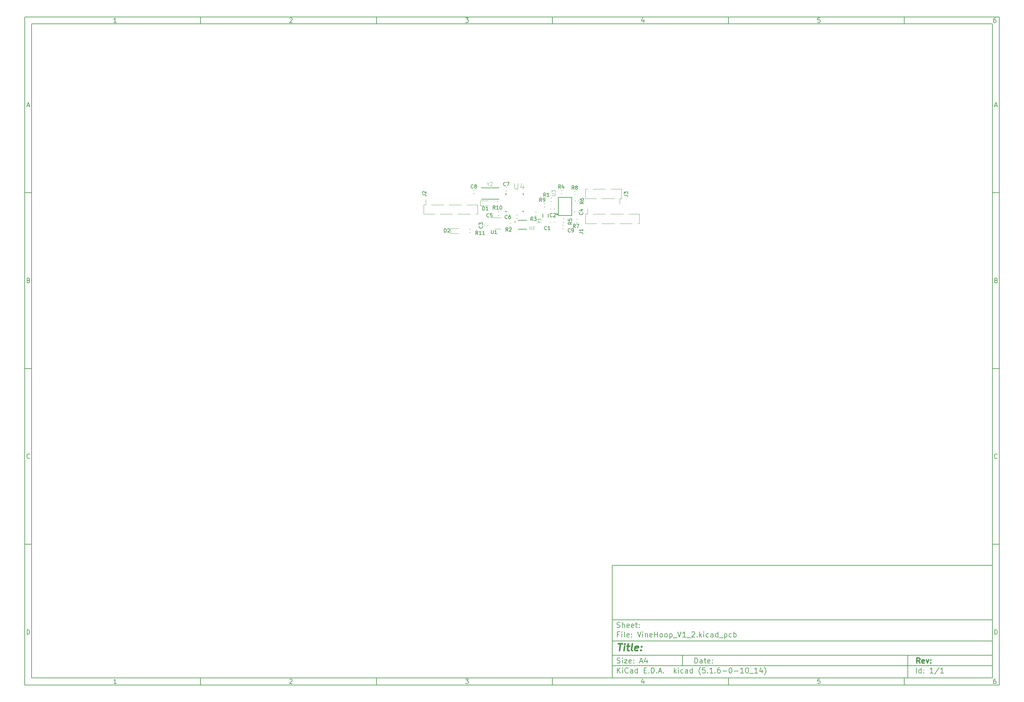
<source format=gto>
G04 #@! TF.GenerationSoftware,KiCad,Pcbnew,(5.1.6-0-10_14)*
G04 #@! TF.CreationDate,2020-07-22T23:19:55-07:00*
G04 #@! TF.ProjectId,VineHoop_V1_2,56696e65-486f-46f7-905f-56315f322e6b,rev?*
G04 #@! TF.SameCoordinates,Original*
G04 #@! TF.FileFunction,Legend,Top*
G04 #@! TF.FilePolarity,Positive*
%FSLAX46Y46*%
G04 Gerber Fmt 4.6, Leading zero omitted, Abs format (unit mm)*
G04 Created by KiCad (PCBNEW (5.1.6-0-10_14)) date 2020-07-22 23:19:55*
%MOMM*%
%LPD*%
G01*
G04 APERTURE LIST*
%ADD10C,0.100000*%
%ADD11C,0.150000*%
%ADD12C,0.300000*%
%ADD13C,0.400000*%
%ADD14C,0.120000*%
%ADD15C,0.304800*%
%ADD16C,0.127000*%
%ADD17C,0.152400*%
%ADD18C,0.200000*%
%ADD19C,0.015000*%
G04 APERTURE END LIST*
D10*
D11*
X177002200Y-166007200D02*
X177002200Y-198007200D01*
X285002200Y-198007200D01*
X285002200Y-166007200D01*
X177002200Y-166007200D01*
D10*
D11*
X10000000Y-10000000D02*
X10000000Y-200007200D01*
X287002200Y-200007200D01*
X287002200Y-10000000D01*
X10000000Y-10000000D01*
D10*
D11*
X12000000Y-12000000D02*
X12000000Y-198007200D01*
X285002200Y-198007200D01*
X285002200Y-12000000D01*
X12000000Y-12000000D01*
D10*
D11*
X60000000Y-12000000D02*
X60000000Y-10000000D01*
D10*
D11*
X110000000Y-12000000D02*
X110000000Y-10000000D01*
D10*
D11*
X160000000Y-12000000D02*
X160000000Y-10000000D01*
D10*
D11*
X210000000Y-12000000D02*
X210000000Y-10000000D01*
D10*
D11*
X260000000Y-12000000D02*
X260000000Y-10000000D01*
D10*
D11*
X36065476Y-11588095D02*
X35322619Y-11588095D01*
X35694047Y-11588095D02*
X35694047Y-10288095D01*
X35570238Y-10473809D01*
X35446428Y-10597619D01*
X35322619Y-10659523D01*
D10*
D11*
X85322619Y-10411904D02*
X85384523Y-10350000D01*
X85508333Y-10288095D01*
X85817857Y-10288095D01*
X85941666Y-10350000D01*
X86003571Y-10411904D01*
X86065476Y-10535714D01*
X86065476Y-10659523D01*
X86003571Y-10845238D01*
X85260714Y-11588095D01*
X86065476Y-11588095D01*
D10*
D11*
X135260714Y-10288095D02*
X136065476Y-10288095D01*
X135632142Y-10783333D01*
X135817857Y-10783333D01*
X135941666Y-10845238D01*
X136003571Y-10907142D01*
X136065476Y-11030952D01*
X136065476Y-11340476D01*
X136003571Y-11464285D01*
X135941666Y-11526190D01*
X135817857Y-11588095D01*
X135446428Y-11588095D01*
X135322619Y-11526190D01*
X135260714Y-11464285D01*
D10*
D11*
X185941666Y-10721428D02*
X185941666Y-11588095D01*
X185632142Y-10226190D02*
X185322619Y-11154761D01*
X186127380Y-11154761D01*
D10*
D11*
X236003571Y-10288095D02*
X235384523Y-10288095D01*
X235322619Y-10907142D01*
X235384523Y-10845238D01*
X235508333Y-10783333D01*
X235817857Y-10783333D01*
X235941666Y-10845238D01*
X236003571Y-10907142D01*
X236065476Y-11030952D01*
X236065476Y-11340476D01*
X236003571Y-11464285D01*
X235941666Y-11526190D01*
X235817857Y-11588095D01*
X235508333Y-11588095D01*
X235384523Y-11526190D01*
X235322619Y-11464285D01*
D10*
D11*
X285941666Y-10288095D02*
X285694047Y-10288095D01*
X285570238Y-10350000D01*
X285508333Y-10411904D01*
X285384523Y-10597619D01*
X285322619Y-10845238D01*
X285322619Y-11340476D01*
X285384523Y-11464285D01*
X285446428Y-11526190D01*
X285570238Y-11588095D01*
X285817857Y-11588095D01*
X285941666Y-11526190D01*
X286003571Y-11464285D01*
X286065476Y-11340476D01*
X286065476Y-11030952D01*
X286003571Y-10907142D01*
X285941666Y-10845238D01*
X285817857Y-10783333D01*
X285570238Y-10783333D01*
X285446428Y-10845238D01*
X285384523Y-10907142D01*
X285322619Y-11030952D01*
D10*
D11*
X60000000Y-198007200D02*
X60000000Y-200007200D01*
D10*
D11*
X110000000Y-198007200D02*
X110000000Y-200007200D01*
D10*
D11*
X160000000Y-198007200D02*
X160000000Y-200007200D01*
D10*
D11*
X210000000Y-198007200D02*
X210000000Y-200007200D01*
D10*
D11*
X260000000Y-198007200D02*
X260000000Y-200007200D01*
D10*
D11*
X36065476Y-199595295D02*
X35322619Y-199595295D01*
X35694047Y-199595295D02*
X35694047Y-198295295D01*
X35570238Y-198481009D01*
X35446428Y-198604819D01*
X35322619Y-198666723D01*
D10*
D11*
X85322619Y-198419104D02*
X85384523Y-198357200D01*
X85508333Y-198295295D01*
X85817857Y-198295295D01*
X85941666Y-198357200D01*
X86003571Y-198419104D01*
X86065476Y-198542914D01*
X86065476Y-198666723D01*
X86003571Y-198852438D01*
X85260714Y-199595295D01*
X86065476Y-199595295D01*
D10*
D11*
X135260714Y-198295295D02*
X136065476Y-198295295D01*
X135632142Y-198790533D01*
X135817857Y-198790533D01*
X135941666Y-198852438D01*
X136003571Y-198914342D01*
X136065476Y-199038152D01*
X136065476Y-199347676D01*
X136003571Y-199471485D01*
X135941666Y-199533390D01*
X135817857Y-199595295D01*
X135446428Y-199595295D01*
X135322619Y-199533390D01*
X135260714Y-199471485D01*
D10*
D11*
X185941666Y-198728628D02*
X185941666Y-199595295D01*
X185632142Y-198233390D02*
X185322619Y-199161961D01*
X186127380Y-199161961D01*
D10*
D11*
X236003571Y-198295295D02*
X235384523Y-198295295D01*
X235322619Y-198914342D01*
X235384523Y-198852438D01*
X235508333Y-198790533D01*
X235817857Y-198790533D01*
X235941666Y-198852438D01*
X236003571Y-198914342D01*
X236065476Y-199038152D01*
X236065476Y-199347676D01*
X236003571Y-199471485D01*
X235941666Y-199533390D01*
X235817857Y-199595295D01*
X235508333Y-199595295D01*
X235384523Y-199533390D01*
X235322619Y-199471485D01*
D10*
D11*
X285941666Y-198295295D02*
X285694047Y-198295295D01*
X285570238Y-198357200D01*
X285508333Y-198419104D01*
X285384523Y-198604819D01*
X285322619Y-198852438D01*
X285322619Y-199347676D01*
X285384523Y-199471485D01*
X285446428Y-199533390D01*
X285570238Y-199595295D01*
X285817857Y-199595295D01*
X285941666Y-199533390D01*
X286003571Y-199471485D01*
X286065476Y-199347676D01*
X286065476Y-199038152D01*
X286003571Y-198914342D01*
X285941666Y-198852438D01*
X285817857Y-198790533D01*
X285570238Y-198790533D01*
X285446428Y-198852438D01*
X285384523Y-198914342D01*
X285322619Y-199038152D01*
D10*
D11*
X10000000Y-60000000D02*
X12000000Y-60000000D01*
D10*
D11*
X10000000Y-110000000D02*
X12000000Y-110000000D01*
D10*
D11*
X10000000Y-160000000D02*
X12000000Y-160000000D01*
D10*
D11*
X10690476Y-35216666D02*
X11309523Y-35216666D01*
X10566666Y-35588095D02*
X11000000Y-34288095D01*
X11433333Y-35588095D01*
D10*
D11*
X11092857Y-84907142D02*
X11278571Y-84969047D01*
X11340476Y-85030952D01*
X11402380Y-85154761D01*
X11402380Y-85340476D01*
X11340476Y-85464285D01*
X11278571Y-85526190D01*
X11154761Y-85588095D01*
X10659523Y-85588095D01*
X10659523Y-84288095D01*
X11092857Y-84288095D01*
X11216666Y-84350000D01*
X11278571Y-84411904D01*
X11340476Y-84535714D01*
X11340476Y-84659523D01*
X11278571Y-84783333D01*
X11216666Y-84845238D01*
X11092857Y-84907142D01*
X10659523Y-84907142D01*
D10*
D11*
X11402380Y-135464285D02*
X11340476Y-135526190D01*
X11154761Y-135588095D01*
X11030952Y-135588095D01*
X10845238Y-135526190D01*
X10721428Y-135402380D01*
X10659523Y-135278571D01*
X10597619Y-135030952D01*
X10597619Y-134845238D01*
X10659523Y-134597619D01*
X10721428Y-134473809D01*
X10845238Y-134350000D01*
X11030952Y-134288095D01*
X11154761Y-134288095D01*
X11340476Y-134350000D01*
X11402380Y-134411904D01*
D10*
D11*
X10659523Y-185588095D02*
X10659523Y-184288095D01*
X10969047Y-184288095D01*
X11154761Y-184350000D01*
X11278571Y-184473809D01*
X11340476Y-184597619D01*
X11402380Y-184845238D01*
X11402380Y-185030952D01*
X11340476Y-185278571D01*
X11278571Y-185402380D01*
X11154761Y-185526190D01*
X10969047Y-185588095D01*
X10659523Y-185588095D01*
D10*
D11*
X287002200Y-60000000D02*
X285002200Y-60000000D01*
D10*
D11*
X287002200Y-110000000D02*
X285002200Y-110000000D01*
D10*
D11*
X287002200Y-160000000D02*
X285002200Y-160000000D01*
D10*
D11*
X285692676Y-35216666D02*
X286311723Y-35216666D01*
X285568866Y-35588095D02*
X286002200Y-34288095D01*
X286435533Y-35588095D01*
D10*
D11*
X286095057Y-84907142D02*
X286280771Y-84969047D01*
X286342676Y-85030952D01*
X286404580Y-85154761D01*
X286404580Y-85340476D01*
X286342676Y-85464285D01*
X286280771Y-85526190D01*
X286156961Y-85588095D01*
X285661723Y-85588095D01*
X285661723Y-84288095D01*
X286095057Y-84288095D01*
X286218866Y-84350000D01*
X286280771Y-84411904D01*
X286342676Y-84535714D01*
X286342676Y-84659523D01*
X286280771Y-84783333D01*
X286218866Y-84845238D01*
X286095057Y-84907142D01*
X285661723Y-84907142D01*
D10*
D11*
X286404580Y-135464285D02*
X286342676Y-135526190D01*
X286156961Y-135588095D01*
X286033152Y-135588095D01*
X285847438Y-135526190D01*
X285723628Y-135402380D01*
X285661723Y-135278571D01*
X285599819Y-135030952D01*
X285599819Y-134845238D01*
X285661723Y-134597619D01*
X285723628Y-134473809D01*
X285847438Y-134350000D01*
X286033152Y-134288095D01*
X286156961Y-134288095D01*
X286342676Y-134350000D01*
X286404580Y-134411904D01*
D10*
D11*
X285661723Y-185588095D02*
X285661723Y-184288095D01*
X285971247Y-184288095D01*
X286156961Y-184350000D01*
X286280771Y-184473809D01*
X286342676Y-184597619D01*
X286404580Y-184845238D01*
X286404580Y-185030952D01*
X286342676Y-185278571D01*
X286280771Y-185402380D01*
X286156961Y-185526190D01*
X285971247Y-185588095D01*
X285661723Y-185588095D01*
D10*
D11*
X200434342Y-193785771D02*
X200434342Y-192285771D01*
X200791485Y-192285771D01*
X201005771Y-192357200D01*
X201148628Y-192500057D01*
X201220057Y-192642914D01*
X201291485Y-192928628D01*
X201291485Y-193142914D01*
X201220057Y-193428628D01*
X201148628Y-193571485D01*
X201005771Y-193714342D01*
X200791485Y-193785771D01*
X200434342Y-193785771D01*
X202577200Y-193785771D02*
X202577200Y-193000057D01*
X202505771Y-192857200D01*
X202362914Y-192785771D01*
X202077200Y-192785771D01*
X201934342Y-192857200D01*
X202577200Y-193714342D02*
X202434342Y-193785771D01*
X202077200Y-193785771D01*
X201934342Y-193714342D01*
X201862914Y-193571485D01*
X201862914Y-193428628D01*
X201934342Y-193285771D01*
X202077200Y-193214342D01*
X202434342Y-193214342D01*
X202577200Y-193142914D01*
X203077200Y-192785771D02*
X203648628Y-192785771D01*
X203291485Y-192285771D02*
X203291485Y-193571485D01*
X203362914Y-193714342D01*
X203505771Y-193785771D01*
X203648628Y-193785771D01*
X204720057Y-193714342D02*
X204577200Y-193785771D01*
X204291485Y-193785771D01*
X204148628Y-193714342D01*
X204077200Y-193571485D01*
X204077200Y-193000057D01*
X204148628Y-192857200D01*
X204291485Y-192785771D01*
X204577200Y-192785771D01*
X204720057Y-192857200D01*
X204791485Y-193000057D01*
X204791485Y-193142914D01*
X204077200Y-193285771D01*
X205434342Y-193642914D02*
X205505771Y-193714342D01*
X205434342Y-193785771D01*
X205362914Y-193714342D01*
X205434342Y-193642914D01*
X205434342Y-193785771D01*
X205434342Y-192857200D02*
X205505771Y-192928628D01*
X205434342Y-193000057D01*
X205362914Y-192928628D01*
X205434342Y-192857200D01*
X205434342Y-193000057D01*
D10*
D11*
X177002200Y-194507200D02*
X285002200Y-194507200D01*
D10*
D11*
X178434342Y-196585771D02*
X178434342Y-195085771D01*
X179291485Y-196585771D02*
X178648628Y-195728628D01*
X179291485Y-195085771D02*
X178434342Y-195942914D01*
X179934342Y-196585771D02*
X179934342Y-195585771D01*
X179934342Y-195085771D02*
X179862914Y-195157200D01*
X179934342Y-195228628D01*
X180005771Y-195157200D01*
X179934342Y-195085771D01*
X179934342Y-195228628D01*
X181505771Y-196442914D02*
X181434342Y-196514342D01*
X181220057Y-196585771D01*
X181077200Y-196585771D01*
X180862914Y-196514342D01*
X180720057Y-196371485D01*
X180648628Y-196228628D01*
X180577200Y-195942914D01*
X180577200Y-195728628D01*
X180648628Y-195442914D01*
X180720057Y-195300057D01*
X180862914Y-195157200D01*
X181077200Y-195085771D01*
X181220057Y-195085771D01*
X181434342Y-195157200D01*
X181505771Y-195228628D01*
X182791485Y-196585771D02*
X182791485Y-195800057D01*
X182720057Y-195657200D01*
X182577200Y-195585771D01*
X182291485Y-195585771D01*
X182148628Y-195657200D01*
X182791485Y-196514342D02*
X182648628Y-196585771D01*
X182291485Y-196585771D01*
X182148628Y-196514342D01*
X182077200Y-196371485D01*
X182077200Y-196228628D01*
X182148628Y-196085771D01*
X182291485Y-196014342D01*
X182648628Y-196014342D01*
X182791485Y-195942914D01*
X184148628Y-196585771D02*
X184148628Y-195085771D01*
X184148628Y-196514342D02*
X184005771Y-196585771D01*
X183720057Y-196585771D01*
X183577200Y-196514342D01*
X183505771Y-196442914D01*
X183434342Y-196300057D01*
X183434342Y-195871485D01*
X183505771Y-195728628D01*
X183577200Y-195657200D01*
X183720057Y-195585771D01*
X184005771Y-195585771D01*
X184148628Y-195657200D01*
X186005771Y-195800057D02*
X186505771Y-195800057D01*
X186720057Y-196585771D02*
X186005771Y-196585771D01*
X186005771Y-195085771D01*
X186720057Y-195085771D01*
X187362914Y-196442914D02*
X187434342Y-196514342D01*
X187362914Y-196585771D01*
X187291485Y-196514342D01*
X187362914Y-196442914D01*
X187362914Y-196585771D01*
X188077200Y-196585771D02*
X188077200Y-195085771D01*
X188434342Y-195085771D01*
X188648628Y-195157200D01*
X188791485Y-195300057D01*
X188862914Y-195442914D01*
X188934342Y-195728628D01*
X188934342Y-195942914D01*
X188862914Y-196228628D01*
X188791485Y-196371485D01*
X188648628Y-196514342D01*
X188434342Y-196585771D01*
X188077200Y-196585771D01*
X189577200Y-196442914D02*
X189648628Y-196514342D01*
X189577200Y-196585771D01*
X189505771Y-196514342D01*
X189577200Y-196442914D01*
X189577200Y-196585771D01*
X190220057Y-196157200D02*
X190934342Y-196157200D01*
X190077200Y-196585771D02*
X190577200Y-195085771D01*
X191077200Y-196585771D01*
X191577200Y-196442914D02*
X191648628Y-196514342D01*
X191577200Y-196585771D01*
X191505771Y-196514342D01*
X191577200Y-196442914D01*
X191577200Y-196585771D01*
X194577200Y-196585771D02*
X194577200Y-195085771D01*
X194720057Y-196014342D02*
X195148628Y-196585771D01*
X195148628Y-195585771D02*
X194577200Y-196157200D01*
X195791485Y-196585771D02*
X195791485Y-195585771D01*
X195791485Y-195085771D02*
X195720057Y-195157200D01*
X195791485Y-195228628D01*
X195862914Y-195157200D01*
X195791485Y-195085771D01*
X195791485Y-195228628D01*
X197148628Y-196514342D02*
X197005771Y-196585771D01*
X196720057Y-196585771D01*
X196577200Y-196514342D01*
X196505771Y-196442914D01*
X196434342Y-196300057D01*
X196434342Y-195871485D01*
X196505771Y-195728628D01*
X196577200Y-195657200D01*
X196720057Y-195585771D01*
X197005771Y-195585771D01*
X197148628Y-195657200D01*
X198434342Y-196585771D02*
X198434342Y-195800057D01*
X198362914Y-195657200D01*
X198220057Y-195585771D01*
X197934342Y-195585771D01*
X197791485Y-195657200D01*
X198434342Y-196514342D02*
X198291485Y-196585771D01*
X197934342Y-196585771D01*
X197791485Y-196514342D01*
X197720057Y-196371485D01*
X197720057Y-196228628D01*
X197791485Y-196085771D01*
X197934342Y-196014342D01*
X198291485Y-196014342D01*
X198434342Y-195942914D01*
X199791485Y-196585771D02*
X199791485Y-195085771D01*
X199791485Y-196514342D02*
X199648628Y-196585771D01*
X199362914Y-196585771D01*
X199220057Y-196514342D01*
X199148628Y-196442914D01*
X199077200Y-196300057D01*
X199077200Y-195871485D01*
X199148628Y-195728628D01*
X199220057Y-195657200D01*
X199362914Y-195585771D01*
X199648628Y-195585771D01*
X199791485Y-195657200D01*
X202077200Y-197157200D02*
X202005771Y-197085771D01*
X201862914Y-196871485D01*
X201791485Y-196728628D01*
X201720057Y-196514342D01*
X201648628Y-196157200D01*
X201648628Y-195871485D01*
X201720057Y-195514342D01*
X201791485Y-195300057D01*
X201862914Y-195157200D01*
X202005771Y-194942914D01*
X202077200Y-194871485D01*
X203362914Y-195085771D02*
X202648628Y-195085771D01*
X202577200Y-195800057D01*
X202648628Y-195728628D01*
X202791485Y-195657200D01*
X203148628Y-195657200D01*
X203291485Y-195728628D01*
X203362914Y-195800057D01*
X203434342Y-195942914D01*
X203434342Y-196300057D01*
X203362914Y-196442914D01*
X203291485Y-196514342D01*
X203148628Y-196585771D01*
X202791485Y-196585771D01*
X202648628Y-196514342D01*
X202577200Y-196442914D01*
X204077200Y-196442914D02*
X204148628Y-196514342D01*
X204077200Y-196585771D01*
X204005771Y-196514342D01*
X204077200Y-196442914D01*
X204077200Y-196585771D01*
X205577200Y-196585771D02*
X204720057Y-196585771D01*
X205148628Y-196585771D02*
X205148628Y-195085771D01*
X205005771Y-195300057D01*
X204862914Y-195442914D01*
X204720057Y-195514342D01*
X206220057Y-196442914D02*
X206291485Y-196514342D01*
X206220057Y-196585771D01*
X206148628Y-196514342D01*
X206220057Y-196442914D01*
X206220057Y-196585771D01*
X207577200Y-195085771D02*
X207291485Y-195085771D01*
X207148628Y-195157200D01*
X207077200Y-195228628D01*
X206934342Y-195442914D01*
X206862914Y-195728628D01*
X206862914Y-196300057D01*
X206934342Y-196442914D01*
X207005771Y-196514342D01*
X207148628Y-196585771D01*
X207434342Y-196585771D01*
X207577200Y-196514342D01*
X207648628Y-196442914D01*
X207720057Y-196300057D01*
X207720057Y-195942914D01*
X207648628Y-195800057D01*
X207577200Y-195728628D01*
X207434342Y-195657200D01*
X207148628Y-195657200D01*
X207005771Y-195728628D01*
X206934342Y-195800057D01*
X206862914Y-195942914D01*
X208362914Y-196014342D02*
X209505771Y-196014342D01*
X210505771Y-195085771D02*
X210648628Y-195085771D01*
X210791485Y-195157200D01*
X210862914Y-195228628D01*
X210934342Y-195371485D01*
X211005771Y-195657200D01*
X211005771Y-196014342D01*
X210934342Y-196300057D01*
X210862914Y-196442914D01*
X210791485Y-196514342D01*
X210648628Y-196585771D01*
X210505771Y-196585771D01*
X210362914Y-196514342D01*
X210291485Y-196442914D01*
X210220057Y-196300057D01*
X210148628Y-196014342D01*
X210148628Y-195657200D01*
X210220057Y-195371485D01*
X210291485Y-195228628D01*
X210362914Y-195157200D01*
X210505771Y-195085771D01*
X211648628Y-196014342D02*
X212791485Y-196014342D01*
X214291485Y-196585771D02*
X213434342Y-196585771D01*
X213862914Y-196585771D02*
X213862914Y-195085771D01*
X213720057Y-195300057D01*
X213577200Y-195442914D01*
X213434342Y-195514342D01*
X215220057Y-195085771D02*
X215362914Y-195085771D01*
X215505771Y-195157200D01*
X215577200Y-195228628D01*
X215648628Y-195371485D01*
X215720057Y-195657200D01*
X215720057Y-196014342D01*
X215648628Y-196300057D01*
X215577200Y-196442914D01*
X215505771Y-196514342D01*
X215362914Y-196585771D01*
X215220057Y-196585771D01*
X215077200Y-196514342D01*
X215005771Y-196442914D01*
X214934342Y-196300057D01*
X214862914Y-196014342D01*
X214862914Y-195657200D01*
X214934342Y-195371485D01*
X215005771Y-195228628D01*
X215077200Y-195157200D01*
X215220057Y-195085771D01*
X216005771Y-196728628D02*
X217148628Y-196728628D01*
X218291485Y-196585771D02*
X217434342Y-196585771D01*
X217862914Y-196585771D02*
X217862914Y-195085771D01*
X217720057Y-195300057D01*
X217577200Y-195442914D01*
X217434342Y-195514342D01*
X219577200Y-195585771D02*
X219577200Y-196585771D01*
X219220057Y-195014342D02*
X218862914Y-196085771D01*
X219791485Y-196085771D01*
X220220057Y-197157200D02*
X220291485Y-197085771D01*
X220434342Y-196871485D01*
X220505771Y-196728628D01*
X220577200Y-196514342D01*
X220648628Y-196157200D01*
X220648628Y-195871485D01*
X220577200Y-195514342D01*
X220505771Y-195300057D01*
X220434342Y-195157200D01*
X220291485Y-194942914D01*
X220220057Y-194871485D01*
D10*
D11*
X177002200Y-191507200D02*
X285002200Y-191507200D01*
D10*
D12*
X264411485Y-193785771D02*
X263911485Y-193071485D01*
X263554342Y-193785771D02*
X263554342Y-192285771D01*
X264125771Y-192285771D01*
X264268628Y-192357200D01*
X264340057Y-192428628D01*
X264411485Y-192571485D01*
X264411485Y-192785771D01*
X264340057Y-192928628D01*
X264268628Y-193000057D01*
X264125771Y-193071485D01*
X263554342Y-193071485D01*
X265625771Y-193714342D02*
X265482914Y-193785771D01*
X265197200Y-193785771D01*
X265054342Y-193714342D01*
X264982914Y-193571485D01*
X264982914Y-193000057D01*
X265054342Y-192857200D01*
X265197200Y-192785771D01*
X265482914Y-192785771D01*
X265625771Y-192857200D01*
X265697200Y-193000057D01*
X265697200Y-193142914D01*
X264982914Y-193285771D01*
X266197200Y-192785771D02*
X266554342Y-193785771D01*
X266911485Y-192785771D01*
X267482914Y-193642914D02*
X267554342Y-193714342D01*
X267482914Y-193785771D01*
X267411485Y-193714342D01*
X267482914Y-193642914D01*
X267482914Y-193785771D01*
X267482914Y-192857200D02*
X267554342Y-192928628D01*
X267482914Y-193000057D01*
X267411485Y-192928628D01*
X267482914Y-192857200D01*
X267482914Y-193000057D01*
D10*
D11*
X178362914Y-193714342D02*
X178577200Y-193785771D01*
X178934342Y-193785771D01*
X179077200Y-193714342D01*
X179148628Y-193642914D01*
X179220057Y-193500057D01*
X179220057Y-193357200D01*
X179148628Y-193214342D01*
X179077200Y-193142914D01*
X178934342Y-193071485D01*
X178648628Y-193000057D01*
X178505771Y-192928628D01*
X178434342Y-192857200D01*
X178362914Y-192714342D01*
X178362914Y-192571485D01*
X178434342Y-192428628D01*
X178505771Y-192357200D01*
X178648628Y-192285771D01*
X179005771Y-192285771D01*
X179220057Y-192357200D01*
X179862914Y-193785771D02*
X179862914Y-192785771D01*
X179862914Y-192285771D02*
X179791485Y-192357200D01*
X179862914Y-192428628D01*
X179934342Y-192357200D01*
X179862914Y-192285771D01*
X179862914Y-192428628D01*
X180434342Y-192785771D02*
X181220057Y-192785771D01*
X180434342Y-193785771D01*
X181220057Y-193785771D01*
X182362914Y-193714342D02*
X182220057Y-193785771D01*
X181934342Y-193785771D01*
X181791485Y-193714342D01*
X181720057Y-193571485D01*
X181720057Y-193000057D01*
X181791485Y-192857200D01*
X181934342Y-192785771D01*
X182220057Y-192785771D01*
X182362914Y-192857200D01*
X182434342Y-193000057D01*
X182434342Y-193142914D01*
X181720057Y-193285771D01*
X183077200Y-193642914D02*
X183148628Y-193714342D01*
X183077200Y-193785771D01*
X183005771Y-193714342D01*
X183077200Y-193642914D01*
X183077200Y-193785771D01*
X183077200Y-192857200D02*
X183148628Y-192928628D01*
X183077200Y-193000057D01*
X183005771Y-192928628D01*
X183077200Y-192857200D01*
X183077200Y-193000057D01*
X184862914Y-193357200D02*
X185577200Y-193357200D01*
X184720057Y-193785771D02*
X185220057Y-192285771D01*
X185720057Y-193785771D01*
X186862914Y-192785771D02*
X186862914Y-193785771D01*
X186505771Y-192214342D02*
X186148628Y-193285771D01*
X187077200Y-193285771D01*
D10*
D11*
X263434342Y-196585771D02*
X263434342Y-195085771D01*
X264791485Y-196585771D02*
X264791485Y-195085771D01*
X264791485Y-196514342D02*
X264648628Y-196585771D01*
X264362914Y-196585771D01*
X264220057Y-196514342D01*
X264148628Y-196442914D01*
X264077200Y-196300057D01*
X264077200Y-195871485D01*
X264148628Y-195728628D01*
X264220057Y-195657200D01*
X264362914Y-195585771D01*
X264648628Y-195585771D01*
X264791485Y-195657200D01*
X265505771Y-196442914D02*
X265577200Y-196514342D01*
X265505771Y-196585771D01*
X265434342Y-196514342D01*
X265505771Y-196442914D01*
X265505771Y-196585771D01*
X265505771Y-195657200D02*
X265577200Y-195728628D01*
X265505771Y-195800057D01*
X265434342Y-195728628D01*
X265505771Y-195657200D01*
X265505771Y-195800057D01*
X268148628Y-196585771D02*
X267291485Y-196585771D01*
X267720057Y-196585771D02*
X267720057Y-195085771D01*
X267577200Y-195300057D01*
X267434342Y-195442914D01*
X267291485Y-195514342D01*
X269862914Y-195014342D02*
X268577200Y-196942914D01*
X271148628Y-196585771D02*
X270291485Y-196585771D01*
X270720057Y-196585771D02*
X270720057Y-195085771D01*
X270577200Y-195300057D01*
X270434342Y-195442914D01*
X270291485Y-195514342D01*
D10*
D11*
X177002200Y-187507200D02*
X285002200Y-187507200D01*
D10*
D13*
X178714580Y-188211961D02*
X179857438Y-188211961D01*
X179036009Y-190211961D02*
X179286009Y-188211961D01*
X180274104Y-190211961D02*
X180440771Y-188878628D01*
X180524104Y-188211961D02*
X180416961Y-188307200D01*
X180500295Y-188402438D01*
X180607438Y-188307200D01*
X180524104Y-188211961D01*
X180500295Y-188402438D01*
X181107438Y-188878628D02*
X181869342Y-188878628D01*
X181476485Y-188211961D02*
X181262200Y-189926247D01*
X181333628Y-190116723D01*
X181512200Y-190211961D01*
X181702676Y-190211961D01*
X182655057Y-190211961D02*
X182476485Y-190116723D01*
X182405057Y-189926247D01*
X182619342Y-188211961D01*
X184190771Y-190116723D02*
X183988390Y-190211961D01*
X183607438Y-190211961D01*
X183428866Y-190116723D01*
X183357438Y-189926247D01*
X183452676Y-189164342D01*
X183571723Y-188973866D01*
X183774104Y-188878628D01*
X184155057Y-188878628D01*
X184333628Y-188973866D01*
X184405057Y-189164342D01*
X184381247Y-189354819D01*
X183405057Y-189545295D01*
X185155057Y-190021485D02*
X185238390Y-190116723D01*
X185131247Y-190211961D01*
X185047914Y-190116723D01*
X185155057Y-190021485D01*
X185131247Y-190211961D01*
X185286009Y-188973866D02*
X185369342Y-189069104D01*
X185262200Y-189164342D01*
X185178866Y-189069104D01*
X185286009Y-188973866D01*
X185262200Y-189164342D01*
D10*
D11*
X178934342Y-185600057D02*
X178434342Y-185600057D01*
X178434342Y-186385771D02*
X178434342Y-184885771D01*
X179148628Y-184885771D01*
X179720057Y-186385771D02*
X179720057Y-185385771D01*
X179720057Y-184885771D02*
X179648628Y-184957200D01*
X179720057Y-185028628D01*
X179791485Y-184957200D01*
X179720057Y-184885771D01*
X179720057Y-185028628D01*
X180648628Y-186385771D02*
X180505771Y-186314342D01*
X180434342Y-186171485D01*
X180434342Y-184885771D01*
X181791485Y-186314342D02*
X181648628Y-186385771D01*
X181362914Y-186385771D01*
X181220057Y-186314342D01*
X181148628Y-186171485D01*
X181148628Y-185600057D01*
X181220057Y-185457200D01*
X181362914Y-185385771D01*
X181648628Y-185385771D01*
X181791485Y-185457200D01*
X181862914Y-185600057D01*
X181862914Y-185742914D01*
X181148628Y-185885771D01*
X182505771Y-186242914D02*
X182577200Y-186314342D01*
X182505771Y-186385771D01*
X182434342Y-186314342D01*
X182505771Y-186242914D01*
X182505771Y-186385771D01*
X182505771Y-185457200D02*
X182577200Y-185528628D01*
X182505771Y-185600057D01*
X182434342Y-185528628D01*
X182505771Y-185457200D01*
X182505771Y-185600057D01*
X184148628Y-184885771D02*
X184648628Y-186385771D01*
X185148628Y-184885771D01*
X185648628Y-186385771D02*
X185648628Y-185385771D01*
X185648628Y-184885771D02*
X185577200Y-184957200D01*
X185648628Y-185028628D01*
X185720057Y-184957200D01*
X185648628Y-184885771D01*
X185648628Y-185028628D01*
X186362914Y-185385771D02*
X186362914Y-186385771D01*
X186362914Y-185528628D02*
X186434342Y-185457200D01*
X186577200Y-185385771D01*
X186791485Y-185385771D01*
X186934342Y-185457200D01*
X187005771Y-185600057D01*
X187005771Y-186385771D01*
X188291485Y-186314342D02*
X188148628Y-186385771D01*
X187862914Y-186385771D01*
X187720057Y-186314342D01*
X187648628Y-186171485D01*
X187648628Y-185600057D01*
X187720057Y-185457200D01*
X187862914Y-185385771D01*
X188148628Y-185385771D01*
X188291485Y-185457200D01*
X188362914Y-185600057D01*
X188362914Y-185742914D01*
X187648628Y-185885771D01*
X189005771Y-186385771D02*
X189005771Y-184885771D01*
X189005771Y-185600057D02*
X189862914Y-185600057D01*
X189862914Y-186385771D02*
X189862914Y-184885771D01*
X190791485Y-186385771D02*
X190648628Y-186314342D01*
X190577200Y-186242914D01*
X190505771Y-186100057D01*
X190505771Y-185671485D01*
X190577200Y-185528628D01*
X190648628Y-185457200D01*
X190791485Y-185385771D01*
X191005771Y-185385771D01*
X191148628Y-185457200D01*
X191220057Y-185528628D01*
X191291485Y-185671485D01*
X191291485Y-186100057D01*
X191220057Y-186242914D01*
X191148628Y-186314342D01*
X191005771Y-186385771D01*
X190791485Y-186385771D01*
X192148628Y-186385771D02*
X192005771Y-186314342D01*
X191934342Y-186242914D01*
X191862914Y-186100057D01*
X191862914Y-185671485D01*
X191934342Y-185528628D01*
X192005771Y-185457200D01*
X192148628Y-185385771D01*
X192362914Y-185385771D01*
X192505771Y-185457200D01*
X192577200Y-185528628D01*
X192648628Y-185671485D01*
X192648628Y-186100057D01*
X192577200Y-186242914D01*
X192505771Y-186314342D01*
X192362914Y-186385771D01*
X192148628Y-186385771D01*
X193291485Y-185385771D02*
X193291485Y-186885771D01*
X193291485Y-185457200D02*
X193434342Y-185385771D01*
X193720057Y-185385771D01*
X193862914Y-185457200D01*
X193934342Y-185528628D01*
X194005771Y-185671485D01*
X194005771Y-186100057D01*
X193934342Y-186242914D01*
X193862914Y-186314342D01*
X193720057Y-186385771D01*
X193434342Y-186385771D01*
X193291485Y-186314342D01*
X194291485Y-186528628D02*
X195434342Y-186528628D01*
X195577200Y-184885771D02*
X196077200Y-186385771D01*
X196577200Y-184885771D01*
X197862914Y-186385771D02*
X197005771Y-186385771D01*
X197434342Y-186385771D02*
X197434342Y-184885771D01*
X197291485Y-185100057D01*
X197148628Y-185242914D01*
X197005771Y-185314342D01*
X198148628Y-186528628D02*
X199291485Y-186528628D01*
X199577200Y-185028628D02*
X199648628Y-184957200D01*
X199791485Y-184885771D01*
X200148628Y-184885771D01*
X200291485Y-184957200D01*
X200362914Y-185028628D01*
X200434342Y-185171485D01*
X200434342Y-185314342D01*
X200362914Y-185528628D01*
X199505771Y-186385771D01*
X200434342Y-186385771D01*
X201077200Y-186242914D02*
X201148628Y-186314342D01*
X201077200Y-186385771D01*
X201005771Y-186314342D01*
X201077200Y-186242914D01*
X201077200Y-186385771D01*
X201791485Y-186385771D02*
X201791485Y-184885771D01*
X201934342Y-185814342D02*
X202362914Y-186385771D01*
X202362914Y-185385771D02*
X201791485Y-185957200D01*
X203005771Y-186385771D02*
X203005771Y-185385771D01*
X203005771Y-184885771D02*
X202934342Y-184957200D01*
X203005771Y-185028628D01*
X203077200Y-184957200D01*
X203005771Y-184885771D01*
X203005771Y-185028628D01*
X204362914Y-186314342D02*
X204220057Y-186385771D01*
X203934342Y-186385771D01*
X203791485Y-186314342D01*
X203720057Y-186242914D01*
X203648628Y-186100057D01*
X203648628Y-185671485D01*
X203720057Y-185528628D01*
X203791485Y-185457200D01*
X203934342Y-185385771D01*
X204220057Y-185385771D01*
X204362914Y-185457200D01*
X205648628Y-186385771D02*
X205648628Y-185600057D01*
X205577200Y-185457200D01*
X205434342Y-185385771D01*
X205148628Y-185385771D01*
X205005771Y-185457200D01*
X205648628Y-186314342D02*
X205505771Y-186385771D01*
X205148628Y-186385771D01*
X205005771Y-186314342D01*
X204934342Y-186171485D01*
X204934342Y-186028628D01*
X205005771Y-185885771D01*
X205148628Y-185814342D01*
X205505771Y-185814342D01*
X205648628Y-185742914D01*
X207005771Y-186385771D02*
X207005771Y-184885771D01*
X207005771Y-186314342D02*
X206862914Y-186385771D01*
X206577200Y-186385771D01*
X206434342Y-186314342D01*
X206362914Y-186242914D01*
X206291485Y-186100057D01*
X206291485Y-185671485D01*
X206362914Y-185528628D01*
X206434342Y-185457200D01*
X206577200Y-185385771D01*
X206862914Y-185385771D01*
X207005771Y-185457200D01*
X207362914Y-186528628D02*
X208505771Y-186528628D01*
X208862914Y-185385771D02*
X208862914Y-186885771D01*
X208862914Y-185457200D02*
X209005771Y-185385771D01*
X209291485Y-185385771D01*
X209434342Y-185457200D01*
X209505771Y-185528628D01*
X209577200Y-185671485D01*
X209577200Y-186100057D01*
X209505771Y-186242914D01*
X209434342Y-186314342D01*
X209291485Y-186385771D01*
X209005771Y-186385771D01*
X208862914Y-186314342D01*
X210862914Y-186314342D02*
X210720057Y-186385771D01*
X210434342Y-186385771D01*
X210291485Y-186314342D01*
X210220057Y-186242914D01*
X210148628Y-186100057D01*
X210148628Y-185671485D01*
X210220057Y-185528628D01*
X210291485Y-185457200D01*
X210434342Y-185385771D01*
X210720057Y-185385771D01*
X210862914Y-185457200D01*
X211505771Y-186385771D02*
X211505771Y-184885771D01*
X211505771Y-185457200D02*
X211648628Y-185385771D01*
X211934342Y-185385771D01*
X212077200Y-185457200D01*
X212148628Y-185528628D01*
X212220057Y-185671485D01*
X212220057Y-186100057D01*
X212148628Y-186242914D01*
X212077200Y-186314342D01*
X211934342Y-186385771D01*
X211648628Y-186385771D01*
X211505771Y-186314342D01*
D10*
D11*
X177002200Y-181507200D02*
X285002200Y-181507200D01*
D10*
D11*
X178362914Y-183614342D02*
X178577200Y-183685771D01*
X178934342Y-183685771D01*
X179077200Y-183614342D01*
X179148628Y-183542914D01*
X179220057Y-183400057D01*
X179220057Y-183257200D01*
X179148628Y-183114342D01*
X179077200Y-183042914D01*
X178934342Y-182971485D01*
X178648628Y-182900057D01*
X178505771Y-182828628D01*
X178434342Y-182757200D01*
X178362914Y-182614342D01*
X178362914Y-182471485D01*
X178434342Y-182328628D01*
X178505771Y-182257200D01*
X178648628Y-182185771D01*
X179005771Y-182185771D01*
X179220057Y-182257200D01*
X179862914Y-183685771D02*
X179862914Y-182185771D01*
X180505771Y-183685771D02*
X180505771Y-182900057D01*
X180434342Y-182757200D01*
X180291485Y-182685771D01*
X180077200Y-182685771D01*
X179934342Y-182757200D01*
X179862914Y-182828628D01*
X181791485Y-183614342D02*
X181648628Y-183685771D01*
X181362914Y-183685771D01*
X181220057Y-183614342D01*
X181148628Y-183471485D01*
X181148628Y-182900057D01*
X181220057Y-182757200D01*
X181362914Y-182685771D01*
X181648628Y-182685771D01*
X181791485Y-182757200D01*
X181862914Y-182900057D01*
X181862914Y-183042914D01*
X181148628Y-183185771D01*
X183077200Y-183614342D02*
X182934342Y-183685771D01*
X182648628Y-183685771D01*
X182505771Y-183614342D01*
X182434342Y-183471485D01*
X182434342Y-182900057D01*
X182505771Y-182757200D01*
X182648628Y-182685771D01*
X182934342Y-182685771D01*
X183077200Y-182757200D01*
X183148628Y-182900057D01*
X183148628Y-183042914D01*
X182434342Y-183185771D01*
X183577200Y-182685771D02*
X184148628Y-182685771D01*
X183791485Y-182185771D02*
X183791485Y-183471485D01*
X183862914Y-183614342D01*
X184005771Y-183685771D01*
X184148628Y-183685771D01*
X184648628Y-183542914D02*
X184720057Y-183614342D01*
X184648628Y-183685771D01*
X184577200Y-183614342D01*
X184648628Y-183542914D01*
X184648628Y-183685771D01*
X184648628Y-182757200D02*
X184720057Y-182828628D01*
X184648628Y-182900057D01*
X184577200Y-182828628D01*
X184648628Y-182757200D01*
X184648628Y-182900057D01*
D10*
D11*
X197002200Y-191507200D02*
X197002200Y-194507200D01*
D10*
D11*
X261002200Y-191507200D02*
X261002200Y-198007200D01*
D14*
X136697279Y-71336000D02*
X136371721Y-71336000D01*
X136697279Y-70316000D02*
X136371721Y-70316000D01*
X133324500Y-70131000D02*
X131039500Y-70131000D01*
X131039500Y-70131000D02*
X131039500Y-71601000D01*
X131039500Y-71601000D02*
X133324500Y-71601000D01*
X163103779Y-70233000D02*
X162778221Y-70233000D01*
X163103779Y-69213000D02*
X162778221Y-69213000D01*
X144134721Y-63502000D02*
X144460279Y-63502000D01*
X144134721Y-62482000D02*
X144460279Y-62482000D01*
X175008000Y-58991000D02*
X171448000Y-58991000D01*
X169928000Y-58991000D02*
X169358000Y-58991000D01*
X179638000Y-61651000D02*
X179068000Y-61651000D01*
X179068000Y-61651000D02*
X179068000Y-63171000D01*
X179638000Y-58991000D02*
X176528000Y-58991000D01*
X172468000Y-61651000D02*
X169358000Y-61651000D01*
X177548000Y-61651000D02*
X173988000Y-61651000D01*
X169358000Y-58991000D02*
X169358000Y-61651000D01*
X179638000Y-58991000D02*
X179638000Y-61651000D01*
X139459500Y-63727000D02*
X141744500Y-63727000D01*
X139459500Y-62257000D02*
X139459500Y-63727000D01*
X141744500Y-62257000D02*
X139459500Y-62257000D01*
X149997279Y-66292000D02*
X149671721Y-66292000D01*
X149997279Y-67312000D02*
X149671721Y-67312000D01*
D15*
X161384000Y-66105000D02*
G75*
G03*
X161384000Y-66105000I-100000J0D01*
G01*
D16*
X161684000Y-61305000D02*
X161684000Y-66505000D01*
X165484000Y-61305000D02*
X161684000Y-61305000D01*
X165484000Y-66505000D02*
X165484000Y-61305000D01*
X161684000Y-66505000D02*
X165484000Y-66505000D01*
D17*
X151765000Y-60325000D02*
X151460200Y-60325000D01*
X151765000Y-65405000D02*
X151765000Y-65100200D01*
X146685000Y-65405000D02*
X146989800Y-65405000D01*
X146685000Y-60325000D02*
X146685000Y-60629800D01*
X151765000Y-60629800D02*
X151765000Y-60325000D01*
X146989800Y-60325000D02*
X146685000Y-60325000D01*
X146685000Y-65100200D02*
X146685000Y-65405000D01*
X151460200Y-65405000D02*
X151765000Y-65405000D01*
D14*
X145322000Y-67065000D02*
X142872000Y-67065000D01*
X143522000Y-70285000D02*
X145322000Y-70285000D01*
X167539000Y-62432779D02*
X167539000Y-62107221D01*
X166519000Y-62432779D02*
X166519000Y-62107221D01*
X162930721Y-68328000D02*
X163256279Y-68328000D01*
X162930721Y-67308000D02*
X163256279Y-67308000D01*
X137479721Y-60200000D02*
X137805279Y-60200000D01*
X137479721Y-59180000D02*
X137805279Y-59180000D01*
X147000279Y-58418000D02*
X146674721Y-58418000D01*
X147000279Y-59438000D02*
X146674721Y-59438000D01*
X144777779Y-65403000D02*
X144452221Y-65403000D01*
X144777779Y-66423000D02*
X144452221Y-66423000D01*
X141630000Y-69472779D02*
X141630000Y-69147221D01*
X140610000Y-69472779D02*
X140610000Y-69147221D01*
X166260000Y-65303721D02*
X166260000Y-65629279D01*
X167280000Y-65303721D02*
X167280000Y-65629279D01*
X157545721Y-64010000D02*
X157871279Y-64010000D01*
X157545721Y-62990000D02*
X157871279Y-62990000D01*
X159700279Y-61466000D02*
X159374721Y-61466000D01*
X159700279Y-62486000D02*
X159374721Y-62486000D01*
X155399279Y-65490000D02*
X155073721Y-65490000D01*
X155399279Y-66510000D02*
X155073721Y-66510000D01*
X147893721Y-69598000D02*
X148219279Y-69598000D01*
X147893721Y-68578000D02*
X148219279Y-68578000D01*
X160514000Y-64742779D02*
X160514000Y-64417221D01*
X159494000Y-64742779D02*
X159494000Y-64417221D01*
X159494000Y-68227221D02*
X159494000Y-68552779D01*
X160514000Y-68227221D02*
X160514000Y-68552779D01*
X162371721Y-60200000D02*
X162697279Y-60200000D01*
X162371721Y-59180000D02*
X162697279Y-59180000D01*
X166148721Y-60510000D02*
X166474279Y-60510000D01*
X166148721Y-59490000D02*
X166474279Y-59490000D01*
X166648721Y-68510000D02*
X166974279Y-68510000D01*
X166648721Y-67490000D02*
X166974279Y-67490000D01*
D16*
X158824000Y-66985000D02*
X158824000Y-65985000D01*
X157224000Y-66985000D02*
X157224000Y-65985000D01*
X139850000Y-61854000D02*
X144850000Y-61854000D01*
X144850000Y-58654000D02*
X139850000Y-58654000D01*
D14*
X133094000Y-66100000D02*
X136654000Y-66100000D01*
X128014000Y-66100000D02*
X131574000Y-66100000D01*
X138174000Y-66100000D02*
X138744000Y-66100000D01*
X123384000Y-63440000D02*
X123954000Y-63440000D01*
X123954000Y-63440000D02*
X123954000Y-61920000D01*
X123384000Y-66100000D02*
X126494000Y-66100000D01*
X135634000Y-63440000D02*
X138744000Y-63440000D01*
X130554000Y-63440000D02*
X134114000Y-63440000D01*
X125474000Y-63440000D02*
X129034000Y-63440000D01*
X138744000Y-66100000D02*
X138744000Y-63440000D01*
X123384000Y-66100000D02*
X123384000Y-63440000D01*
D18*
X149496000Y-68315000D02*
G75*
G03*
X149496000Y-68315000I-120000J0D01*
G01*
D16*
X150226000Y-70365000D02*
X152726000Y-70365000D01*
X150226000Y-67865000D02*
X152726000Y-67865000D01*
D14*
X179068000Y-68763000D02*
X182628000Y-68763000D01*
X173988000Y-68763000D02*
X177548000Y-68763000D01*
X184148000Y-68763000D02*
X184718000Y-68763000D01*
X169358000Y-66103000D02*
X169928000Y-66103000D01*
X169928000Y-66103000D02*
X169928000Y-64583000D01*
X169358000Y-68763000D02*
X172468000Y-68763000D01*
X181608000Y-66103000D02*
X184718000Y-66103000D01*
X176528000Y-66103000D02*
X180088000Y-66103000D01*
X171448000Y-66103000D02*
X175008000Y-66103000D01*
X184718000Y-68763000D02*
X184718000Y-66103000D01*
X169358000Y-68763000D02*
X169358000Y-66103000D01*
D11*
X138803142Y-71889880D02*
X138469809Y-71413690D01*
X138231714Y-71889880D02*
X138231714Y-70889880D01*
X138612666Y-70889880D01*
X138707904Y-70937500D01*
X138755523Y-70985119D01*
X138803142Y-71080357D01*
X138803142Y-71223214D01*
X138755523Y-71318452D01*
X138707904Y-71366071D01*
X138612666Y-71413690D01*
X138231714Y-71413690D01*
X139755523Y-71889880D02*
X139184095Y-71889880D01*
X139469809Y-71889880D02*
X139469809Y-70889880D01*
X139374571Y-71032738D01*
X139279333Y-71127976D01*
X139184095Y-71175595D01*
X140707904Y-71889880D02*
X140136476Y-71889880D01*
X140422190Y-71889880D02*
X140422190Y-70889880D01*
X140326952Y-71032738D01*
X140231714Y-71127976D01*
X140136476Y-71175595D01*
X129246404Y-71254880D02*
X129246404Y-70254880D01*
X129484500Y-70254880D01*
X129627357Y-70302500D01*
X129722595Y-70397738D01*
X129770214Y-70492976D01*
X129817833Y-70683452D01*
X129817833Y-70826309D01*
X129770214Y-71016785D01*
X129722595Y-71112023D01*
X129627357Y-71207261D01*
X129484500Y-71254880D01*
X129246404Y-71254880D01*
X130198785Y-70350119D02*
X130246404Y-70302500D01*
X130341642Y-70254880D01*
X130579738Y-70254880D01*
X130674976Y-70302500D01*
X130722595Y-70350119D01*
X130770214Y-70445357D01*
X130770214Y-70540595D01*
X130722595Y-70683452D01*
X130151166Y-71254880D01*
X130770214Y-71254880D01*
X165060333Y-71096142D02*
X165012714Y-71143761D01*
X164869857Y-71191380D01*
X164774619Y-71191380D01*
X164631761Y-71143761D01*
X164536523Y-71048523D01*
X164488904Y-70953285D01*
X164441285Y-70762809D01*
X164441285Y-70619952D01*
X164488904Y-70429476D01*
X164536523Y-70334238D01*
X164631761Y-70239000D01*
X164774619Y-70191380D01*
X164869857Y-70191380D01*
X165012714Y-70239000D01*
X165060333Y-70286619D01*
X165536523Y-71191380D02*
X165727000Y-71191380D01*
X165822238Y-71143761D01*
X165869857Y-71096142D01*
X165965095Y-70953285D01*
X166012714Y-70762809D01*
X166012714Y-70381857D01*
X165965095Y-70286619D01*
X165917476Y-70239000D01*
X165822238Y-70191380D01*
X165631761Y-70191380D01*
X165536523Y-70239000D01*
X165488904Y-70286619D01*
X165441285Y-70381857D01*
X165441285Y-70619952D01*
X165488904Y-70715190D01*
X165536523Y-70762809D01*
X165631761Y-70810428D01*
X165822238Y-70810428D01*
X165917476Y-70762809D01*
X165965095Y-70715190D01*
X166012714Y-70619952D01*
X143692642Y-64714380D02*
X143359309Y-64238190D01*
X143121214Y-64714380D02*
X143121214Y-63714380D01*
X143502166Y-63714380D01*
X143597404Y-63762000D01*
X143645023Y-63809619D01*
X143692642Y-63904857D01*
X143692642Y-64047714D01*
X143645023Y-64142952D01*
X143597404Y-64190571D01*
X143502166Y-64238190D01*
X143121214Y-64238190D01*
X144645023Y-64714380D02*
X144073595Y-64714380D01*
X144359309Y-64714380D02*
X144359309Y-63714380D01*
X144264071Y-63857238D01*
X144168833Y-63952476D01*
X144073595Y-64000095D01*
X145264071Y-63714380D02*
X145359309Y-63714380D01*
X145454547Y-63762000D01*
X145502166Y-63809619D01*
X145549785Y-63904857D01*
X145597404Y-64095333D01*
X145597404Y-64333428D01*
X145549785Y-64523904D01*
X145502166Y-64619142D01*
X145454547Y-64666761D01*
X145359309Y-64714380D01*
X145264071Y-64714380D01*
X145168833Y-64666761D01*
X145121214Y-64619142D01*
X145073595Y-64523904D01*
X145025976Y-64333428D01*
X145025976Y-64095333D01*
X145073595Y-63904857D01*
X145121214Y-63809619D01*
X145168833Y-63762000D01*
X145264071Y-63714380D01*
X180363880Y-60721833D02*
X181078166Y-60721833D01*
X181221023Y-60769452D01*
X181316261Y-60864690D01*
X181363880Y-61007547D01*
X181363880Y-61102785D01*
X180363880Y-60340880D02*
X180363880Y-59721833D01*
X180744833Y-60055166D01*
X180744833Y-59912309D01*
X180792452Y-59817071D01*
X180840071Y-59769452D01*
X180935309Y-59721833D01*
X181173404Y-59721833D01*
X181268642Y-59769452D01*
X181316261Y-59817071D01*
X181363880Y-59912309D01*
X181363880Y-60198023D01*
X181316261Y-60293261D01*
X181268642Y-60340880D01*
X140168404Y-64968380D02*
X140168404Y-63968380D01*
X140406500Y-63968380D01*
X140549357Y-64016000D01*
X140644595Y-64111238D01*
X140692214Y-64206476D01*
X140739833Y-64396952D01*
X140739833Y-64539809D01*
X140692214Y-64730285D01*
X140644595Y-64825523D01*
X140549357Y-64920761D01*
X140406500Y-64968380D01*
X140168404Y-64968380D01*
X141692214Y-64968380D02*
X141120785Y-64968380D01*
X141406500Y-64968380D02*
X141406500Y-63968380D01*
X141311261Y-64111238D01*
X141216023Y-64206476D01*
X141120785Y-64254095D01*
X147153333Y-67286142D02*
X147105714Y-67333761D01*
X146962857Y-67381380D01*
X146867619Y-67381380D01*
X146724761Y-67333761D01*
X146629523Y-67238523D01*
X146581904Y-67143285D01*
X146534285Y-66952809D01*
X146534285Y-66809952D01*
X146581904Y-66619476D01*
X146629523Y-66524238D01*
X146724761Y-66429000D01*
X146867619Y-66381380D01*
X146962857Y-66381380D01*
X147105714Y-66429000D01*
X147153333Y-66476619D01*
X148010476Y-66381380D02*
X147820000Y-66381380D01*
X147724761Y-66429000D01*
X147677142Y-66476619D01*
X147581904Y-66619476D01*
X147534285Y-66809952D01*
X147534285Y-67190904D01*
X147581904Y-67286142D01*
X147629523Y-67333761D01*
X147724761Y-67381380D01*
X147915238Y-67381380D01*
X148010476Y-67333761D01*
X148058095Y-67286142D01*
X148105714Y-67190904D01*
X148105714Y-66952809D01*
X148058095Y-66857571D01*
X148010476Y-66809952D01*
X147915238Y-66762333D01*
X147724761Y-66762333D01*
X147629523Y-66809952D01*
X147581904Y-66857571D01*
X147534285Y-66952809D01*
D19*
X159789328Y-60833672D02*
X160599668Y-60833672D01*
X160695002Y-60786005D01*
X160742669Y-60738338D01*
X160790336Y-60643004D01*
X160790336Y-60452336D01*
X160742669Y-60357002D01*
X160695002Y-60309335D01*
X160599668Y-60261668D01*
X159789328Y-60261668D01*
X159789328Y-59880331D02*
X159789328Y-59260660D01*
X160170665Y-59594329D01*
X160170665Y-59451328D01*
X160218332Y-59355994D01*
X160265999Y-59308327D01*
X160361333Y-59260660D01*
X160599668Y-59260660D01*
X160695002Y-59308327D01*
X160742669Y-59355994D01*
X160790336Y-59451328D01*
X160790336Y-59737330D01*
X160742669Y-59832664D01*
X160695002Y-59880331D01*
X149243442Y-57329943D02*
X149243442Y-58659722D01*
X149321665Y-58816167D01*
X149399887Y-58894389D01*
X149556332Y-58972612D01*
X149869221Y-58972612D01*
X150025666Y-58894389D01*
X150103888Y-58816167D01*
X150182110Y-58659722D01*
X150182110Y-57329943D01*
X151668335Y-57877499D02*
X151668335Y-58972612D01*
X151277223Y-57251720D02*
X150886111Y-58425055D01*
X151903002Y-58425055D01*
D11*
X142621095Y-70635880D02*
X142621095Y-71445404D01*
X142668714Y-71540642D01*
X142716333Y-71588261D01*
X142811571Y-71635880D01*
X143002047Y-71635880D01*
X143097285Y-71588261D01*
X143144904Y-71540642D01*
X143192523Y-71445404D01*
X143192523Y-70635880D01*
X144192523Y-71635880D02*
X143621095Y-71635880D01*
X143906809Y-71635880D02*
X143906809Y-70635880D01*
X143811571Y-70778738D01*
X143716333Y-70873976D01*
X143621095Y-70921595D01*
X168854380Y-62523666D02*
X168378190Y-62857000D01*
X168854380Y-63095095D02*
X167854380Y-63095095D01*
X167854380Y-62714142D01*
X167902000Y-62618904D01*
X167949619Y-62571285D01*
X168044857Y-62523666D01*
X168187714Y-62523666D01*
X168282952Y-62571285D01*
X168330571Y-62618904D01*
X168378190Y-62714142D01*
X168378190Y-63095095D01*
X167854380Y-61666523D02*
X167854380Y-61857000D01*
X167902000Y-61952238D01*
X167949619Y-61999857D01*
X168092476Y-62095095D01*
X168282952Y-62142714D01*
X168663904Y-62142714D01*
X168759142Y-62095095D01*
X168806761Y-62047476D01*
X168854380Y-61952238D01*
X168854380Y-61761761D01*
X168806761Y-61666523D01*
X168759142Y-61618904D01*
X168663904Y-61571285D01*
X168425809Y-61571285D01*
X168330571Y-61618904D01*
X168282952Y-61666523D01*
X168235333Y-61761761D01*
X168235333Y-61952238D01*
X168282952Y-62047476D01*
X168330571Y-62095095D01*
X168425809Y-62142714D01*
X165488880Y-68365666D02*
X165012690Y-68699000D01*
X165488880Y-68937095D02*
X164488880Y-68937095D01*
X164488880Y-68556142D01*
X164536500Y-68460904D01*
X164584119Y-68413285D01*
X164679357Y-68365666D01*
X164822214Y-68365666D01*
X164917452Y-68413285D01*
X164965071Y-68460904D01*
X165012690Y-68556142D01*
X165012690Y-68937095D01*
X164488880Y-67460904D02*
X164488880Y-67937095D01*
X164965071Y-67984714D01*
X164917452Y-67937095D01*
X164869833Y-67841857D01*
X164869833Y-67603761D01*
X164917452Y-67508523D01*
X164965071Y-67460904D01*
X165060309Y-67413285D01*
X165298404Y-67413285D01*
X165393642Y-67460904D01*
X165441261Y-67508523D01*
X165488880Y-67603761D01*
X165488880Y-67841857D01*
X165441261Y-67937095D01*
X165393642Y-67984714D01*
X137475833Y-58617142D02*
X137428214Y-58664761D01*
X137285357Y-58712380D01*
X137190119Y-58712380D01*
X137047261Y-58664761D01*
X136952023Y-58569523D01*
X136904404Y-58474285D01*
X136856785Y-58283809D01*
X136856785Y-58140952D01*
X136904404Y-57950476D01*
X136952023Y-57855238D01*
X137047261Y-57760000D01*
X137190119Y-57712380D01*
X137285357Y-57712380D01*
X137428214Y-57760000D01*
X137475833Y-57807619D01*
X138047261Y-58140952D02*
X137952023Y-58093333D01*
X137904404Y-58045714D01*
X137856785Y-57950476D01*
X137856785Y-57902857D01*
X137904404Y-57807619D01*
X137952023Y-57760000D01*
X138047261Y-57712380D01*
X138237738Y-57712380D01*
X138332976Y-57760000D01*
X138380595Y-57807619D01*
X138428214Y-57902857D01*
X138428214Y-57950476D01*
X138380595Y-58045714D01*
X138332976Y-58093333D01*
X138237738Y-58140952D01*
X138047261Y-58140952D01*
X137952023Y-58188571D01*
X137904404Y-58236190D01*
X137856785Y-58331428D01*
X137856785Y-58521904D01*
X137904404Y-58617142D01*
X137952023Y-58664761D01*
X138047261Y-58712380D01*
X138237738Y-58712380D01*
X138332976Y-58664761D01*
X138380595Y-58617142D01*
X138428214Y-58521904D01*
X138428214Y-58331428D01*
X138380595Y-58236190D01*
X138332976Y-58188571D01*
X138237738Y-58140952D01*
X146708833Y-57951642D02*
X146661214Y-57999261D01*
X146518357Y-58046880D01*
X146423119Y-58046880D01*
X146280261Y-57999261D01*
X146185023Y-57904023D01*
X146137404Y-57808785D01*
X146089785Y-57618309D01*
X146089785Y-57475452D01*
X146137404Y-57284976D01*
X146185023Y-57189738D01*
X146280261Y-57094500D01*
X146423119Y-57046880D01*
X146518357Y-57046880D01*
X146661214Y-57094500D01*
X146708833Y-57142119D01*
X147042166Y-57046880D02*
X147708833Y-57046880D01*
X147280261Y-58046880D01*
X141948833Y-66833642D02*
X141901214Y-66881261D01*
X141758357Y-66928880D01*
X141663119Y-66928880D01*
X141520261Y-66881261D01*
X141425023Y-66786023D01*
X141377404Y-66690785D01*
X141329785Y-66500309D01*
X141329785Y-66357452D01*
X141377404Y-66166976D01*
X141425023Y-66071738D01*
X141520261Y-65976500D01*
X141663119Y-65928880D01*
X141758357Y-65928880D01*
X141901214Y-65976500D01*
X141948833Y-66024119D01*
X142853595Y-65928880D02*
X142377404Y-65928880D01*
X142329785Y-66405071D01*
X142377404Y-66357452D01*
X142472642Y-66309833D01*
X142710738Y-66309833D01*
X142805976Y-66357452D01*
X142853595Y-66405071D01*
X142901214Y-66500309D01*
X142901214Y-66738404D01*
X142853595Y-66833642D01*
X142805976Y-66881261D01*
X142710738Y-66928880D01*
X142472642Y-66928880D01*
X142377404Y-66881261D01*
X142329785Y-66833642D01*
X140047142Y-69476666D02*
X140094761Y-69524285D01*
X140142380Y-69667142D01*
X140142380Y-69762380D01*
X140094761Y-69905238D01*
X139999523Y-70000476D01*
X139904285Y-70048095D01*
X139713809Y-70095714D01*
X139570952Y-70095714D01*
X139380476Y-70048095D01*
X139285238Y-70000476D01*
X139190000Y-69905238D01*
X139142380Y-69762380D01*
X139142380Y-69667142D01*
X139190000Y-69524285D01*
X139237619Y-69476666D01*
X139142380Y-69143333D02*
X139142380Y-68524285D01*
X139523333Y-68857619D01*
X139523333Y-68714761D01*
X139570952Y-68619523D01*
X139618571Y-68571904D01*
X139713809Y-68524285D01*
X139951904Y-68524285D01*
X140047142Y-68571904D01*
X140094761Y-68619523D01*
X140142380Y-68714761D01*
X140142380Y-69000476D01*
X140094761Y-69095714D01*
X140047142Y-69143333D01*
X168557142Y-65633166D02*
X168604761Y-65680785D01*
X168652380Y-65823642D01*
X168652380Y-65918880D01*
X168604761Y-66061738D01*
X168509523Y-66156976D01*
X168414285Y-66204595D01*
X168223809Y-66252214D01*
X168080952Y-66252214D01*
X167890476Y-66204595D01*
X167795238Y-66156976D01*
X167700000Y-66061738D01*
X167652380Y-65918880D01*
X167652380Y-65823642D01*
X167700000Y-65680785D01*
X167747619Y-65633166D01*
X167985714Y-64776023D02*
X168652380Y-64776023D01*
X167604761Y-65014119D02*
X168319047Y-65252214D01*
X168319047Y-64633166D01*
X156932333Y-62491880D02*
X156599000Y-62015690D01*
X156360904Y-62491880D02*
X156360904Y-61491880D01*
X156741857Y-61491880D01*
X156837095Y-61539500D01*
X156884714Y-61587119D01*
X156932333Y-61682357D01*
X156932333Y-61825214D01*
X156884714Y-61920452D01*
X156837095Y-61968071D01*
X156741857Y-62015690D01*
X156360904Y-62015690D01*
X157408523Y-62491880D02*
X157599000Y-62491880D01*
X157694238Y-62444261D01*
X157741857Y-62396642D01*
X157837095Y-62253785D01*
X157884714Y-62063309D01*
X157884714Y-61682357D01*
X157837095Y-61587119D01*
X157789476Y-61539500D01*
X157694238Y-61491880D01*
X157503761Y-61491880D01*
X157408523Y-61539500D01*
X157360904Y-61587119D01*
X157313285Y-61682357D01*
X157313285Y-61920452D01*
X157360904Y-62015690D01*
X157408523Y-62063309D01*
X157503761Y-62110928D01*
X157694238Y-62110928D01*
X157789476Y-62063309D01*
X157837095Y-62015690D01*
X157884714Y-61920452D01*
X158075333Y-61094880D02*
X157742000Y-60618690D01*
X157503904Y-61094880D02*
X157503904Y-60094880D01*
X157884857Y-60094880D01*
X157980095Y-60142500D01*
X158027714Y-60190119D01*
X158075333Y-60285357D01*
X158075333Y-60428214D01*
X158027714Y-60523452D01*
X157980095Y-60571071D01*
X157884857Y-60618690D01*
X157503904Y-60618690D01*
X159027714Y-61094880D02*
X158456285Y-61094880D01*
X158742000Y-61094880D02*
X158742000Y-60094880D01*
X158646761Y-60237738D01*
X158551523Y-60332976D01*
X158456285Y-60380595D01*
X154455833Y-67952880D02*
X154122500Y-67476690D01*
X153884404Y-67952880D02*
X153884404Y-66952880D01*
X154265357Y-66952880D01*
X154360595Y-67000500D01*
X154408214Y-67048119D01*
X154455833Y-67143357D01*
X154455833Y-67286214D01*
X154408214Y-67381452D01*
X154360595Y-67429071D01*
X154265357Y-67476690D01*
X153884404Y-67476690D01*
X154789166Y-66952880D02*
X155408214Y-66952880D01*
X155074880Y-67333833D01*
X155217738Y-67333833D01*
X155312976Y-67381452D01*
X155360595Y-67429071D01*
X155408214Y-67524309D01*
X155408214Y-67762404D01*
X155360595Y-67857642D01*
X155312976Y-67905261D01*
X155217738Y-67952880D01*
X154932023Y-67952880D01*
X154836785Y-67905261D01*
X154789166Y-67857642D01*
X147343833Y-70937380D02*
X147010500Y-70461190D01*
X146772404Y-70937380D02*
X146772404Y-69937380D01*
X147153357Y-69937380D01*
X147248595Y-69985000D01*
X147296214Y-70032619D01*
X147343833Y-70127857D01*
X147343833Y-70270714D01*
X147296214Y-70365952D01*
X147248595Y-70413571D01*
X147153357Y-70461190D01*
X146772404Y-70461190D01*
X147724785Y-70032619D02*
X147772404Y-69985000D01*
X147867642Y-69937380D01*
X148105738Y-69937380D01*
X148200976Y-69985000D01*
X148248595Y-70032619D01*
X148296214Y-70127857D01*
X148296214Y-70223095D01*
X148248595Y-70365952D01*
X147677166Y-70937380D01*
X148296214Y-70937380D01*
X159916833Y-66778142D02*
X159869214Y-66825761D01*
X159726357Y-66873380D01*
X159631119Y-66873380D01*
X159488261Y-66825761D01*
X159393023Y-66730523D01*
X159345404Y-66635285D01*
X159297785Y-66444809D01*
X159297785Y-66301952D01*
X159345404Y-66111476D01*
X159393023Y-66016238D01*
X159488261Y-65921000D01*
X159631119Y-65873380D01*
X159726357Y-65873380D01*
X159869214Y-65921000D01*
X159916833Y-65968619D01*
X160297785Y-65968619D02*
X160345404Y-65921000D01*
X160440642Y-65873380D01*
X160678738Y-65873380D01*
X160773976Y-65921000D01*
X160821595Y-65968619D01*
X160869214Y-66063857D01*
X160869214Y-66159095D01*
X160821595Y-66301952D01*
X160250166Y-66873380D01*
X160869214Y-66873380D01*
X158329333Y-70461142D02*
X158281714Y-70508761D01*
X158138857Y-70556380D01*
X158043619Y-70556380D01*
X157900761Y-70508761D01*
X157805523Y-70413523D01*
X157757904Y-70318285D01*
X157710285Y-70127809D01*
X157710285Y-69984952D01*
X157757904Y-69794476D01*
X157805523Y-69699238D01*
X157900761Y-69604000D01*
X158043619Y-69556380D01*
X158138857Y-69556380D01*
X158281714Y-69604000D01*
X158329333Y-69651619D01*
X159281714Y-70556380D02*
X158710285Y-70556380D01*
X158996000Y-70556380D02*
X158996000Y-69556380D01*
X158900761Y-69699238D01*
X158805523Y-69794476D01*
X158710285Y-69842095D01*
X162329833Y-58745380D02*
X161996500Y-58269190D01*
X161758404Y-58745380D02*
X161758404Y-57745380D01*
X162139357Y-57745380D01*
X162234595Y-57793000D01*
X162282214Y-57840619D01*
X162329833Y-57935857D01*
X162329833Y-58078714D01*
X162282214Y-58173952D01*
X162234595Y-58221571D01*
X162139357Y-58269190D01*
X161758404Y-58269190D01*
X163186976Y-58078714D02*
X163186976Y-58745380D01*
X162948880Y-57697761D02*
X162710785Y-58412047D01*
X163329833Y-58412047D01*
X166144833Y-59022380D02*
X165811500Y-58546190D01*
X165573404Y-59022380D02*
X165573404Y-58022380D01*
X165954357Y-58022380D01*
X166049595Y-58070000D01*
X166097214Y-58117619D01*
X166144833Y-58212857D01*
X166144833Y-58355714D01*
X166097214Y-58450952D01*
X166049595Y-58498571D01*
X165954357Y-58546190D01*
X165573404Y-58546190D01*
X166716261Y-58450952D02*
X166621023Y-58403333D01*
X166573404Y-58355714D01*
X166525785Y-58260476D01*
X166525785Y-58212857D01*
X166573404Y-58117619D01*
X166621023Y-58070000D01*
X166716261Y-58022380D01*
X166906738Y-58022380D01*
X167001976Y-58070000D01*
X167049595Y-58117619D01*
X167097214Y-58212857D01*
X167097214Y-58260476D01*
X167049595Y-58355714D01*
X167001976Y-58403333D01*
X166906738Y-58450952D01*
X166716261Y-58450952D01*
X166621023Y-58498571D01*
X166573404Y-58546190D01*
X166525785Y-58641428D01*
X166525785Y-58831904D01*
X166573404Y-58927142D01*
X166621023Y-58974761D01*
X166716261Y-59022380D01*
X166906738Y-59022380D01*
X167001976Y-58974761D01*
X167049595Y-58927142D01*
X167097214Y-58831904D01*
X167097214Y-58641428D01*
X167049595Y-58546190D01*
X167001976Y-58498571D01*
X166906738Y-58450952D01*
X166520833Y-69921380D02*
X166187500Y-69445190D01*
X165949404Y-69921380D02*
X165949404Y-68921380D01*
X166330357Y-68921380D01*
X166425595Y-68969000D01*
X166473214Y-69016619D01*
X166520833Y-69111857D01*
X166520833Y-69254714D01*
X166473214Y-69349952D01*
X166425595Y-69397571D01*
X166330357Y-69445190D01*
X165949404Y-69445190D01*
X166854166Y-68921380D02*
X167520833Y-68921380D01*
X167092261Y-69921380D01*
D19*
X156251057Y-68393845D02*
X156699902Y-68393845D01*
X155757327Y-68708036D02*
X156251057Y-68393845D01*
X155757327Y-68079653D01*
X156699902Y-67271732D02*
X156699902Y-67810346D01*
X156699902Y-67541039D02*
X155757327Y-67541039D01*
X155891981Y-67630808D01*
X155981750Y-67720577D01*
X156026635Y-67810346D01*
X141700309Y-57507190D02*
X141700309Y-57983380D01*
X141366976Y-56983380D02*
X141700309Y-57507190D01*
X142033642Y-56983380D01*
X142319357Y-57078619D02*
X142366976Y-57031000D01*
X142462214Y-56983380D01*
X142700309Y-56983380D01*
X142795547Y-57031000D01*
X142843166Y-57078619D01*
X142890785Y-57173857D01*
X142890785Y-57269095D01*
X142843166Y-57411952D01*
X142271738Y-57983380D01*
X142890785Y-57983380D01*
D11*
X123086880Y-60594833D02*
X123801166Y-60594833D01*
X123944023Y-60642452D01*
X124039261Y-60737690D01*
X124086880Y-60880547D01*
X124086880Y-60975785D01*
X123182119Y-60166261D02*
X123134500Y-60118642D01*
X123086880Y-60023404D01*
X123086880Y-59785309D01*
X123134500Y-59690071D01*
X123182119Y-59642452D01*
X123277357Y-59594833D01*
X123372595Y-59594833D01*
X123515452Y-59642452D01*
X124086880Y-60213880D01*
X124086880Y-59594833D01*
D19*
X153504292Y-69601913D02*
X153504292Y-70250259D01*
X153542430Y-70326535D01*
X153580568Y-70364673D01*
X153656844Y-70402811D01*
X153809396Y-70402811D01*
X153885672Y-70364673D01*
X153923810Y-70326535D01*
X153961948Y-70250259D01*
X153961948Y-69601913D01*
X154305190Y-69678189D02*
X154343328Y-69640051D01*
X154419604Y-69601913D01*
X154610294Y-69601913D01*
X154686570Y-69640051D01*
X154724708Y-69678189D01*
X154762846Y-69754465D01*
X154762846Y-69830741D01*
X154724708Y-69945155D01*
X154267052Y-70402811D01*
X154762846Y-70402811D01*
D11*
X167600380Y-71326333D02*
X168314666Y-71326333D01*
X168457523Y-71373952D01*
X168552761Y-71469190D01*
X168600380Y-71612047D01*
X168600380Y-71707285D01*
X168600380Y-70326333D02*
X168600380Y-70897761D01*
X168600380Y-70612047D02*
X167600380Y-70612047D01*
X167743238Y-70707285D01*
X167838476Y-70802523D01*
X167886095Y-70897761D01*
M02*

</source>
